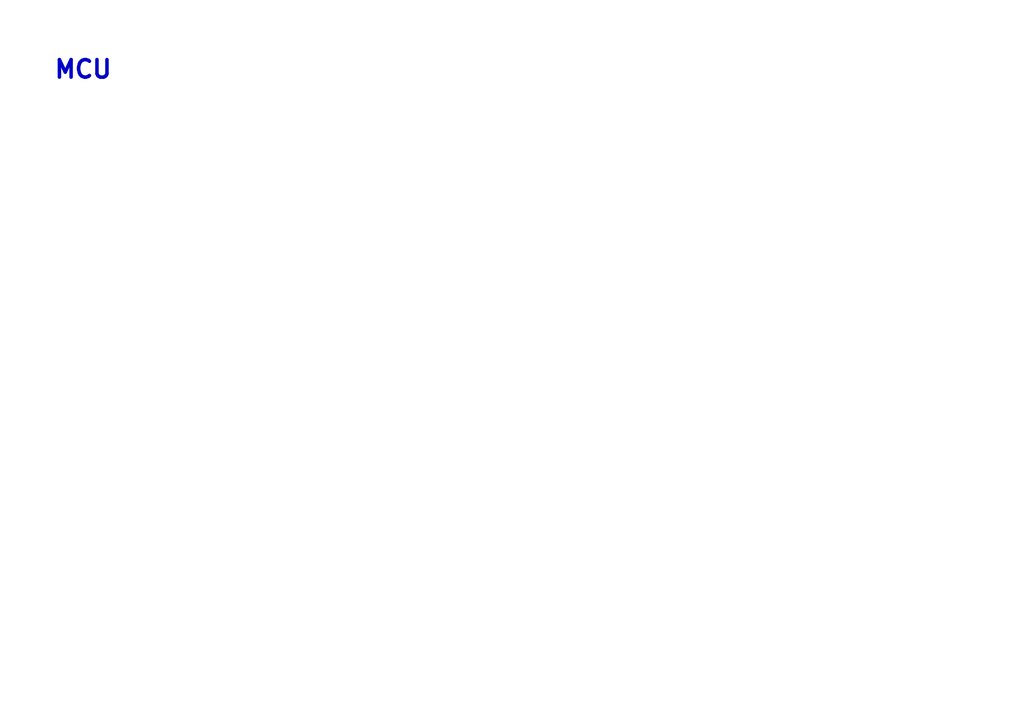
<source format=kicad_sch>
(kicad_sch
	(version 20231120)
	(generator "eeschema")
	(generator_version "8.0")
	(uuid "89fecd42-8096-403b-9d3f-e3748f8ac2d3")
	(paper "A4")
	(lib_symbols)
	(text "MCU"
		(exclude_from_sim yes)
		(at 24.13 20.32 0)
		(effects
			(font
				(size 5.08 5.08)
				(thickness 1.016)
				(bold yes)
			)
			(href "#1")
		)
		(uuid "f85e0ea1-6339-4301-ab51-626923f6d719")
	)
)

</source>
